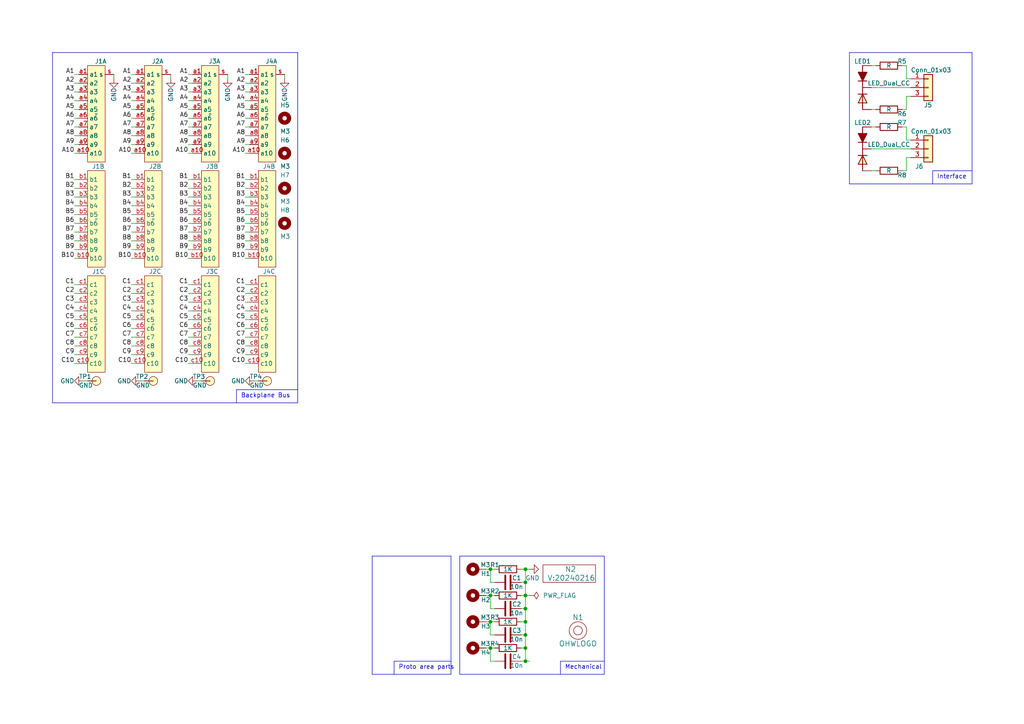
<source format=kicad_sch>
(kicad_sch (version 20230121) (generator eeschema)
  (paper "A4")
  (lib_symbols
    (symbol "Connector_Generic:Conn_01x03" (pin_names (offset 1.016) hide)
      (property "Reference" "J" (at 0 5.08 0))
      (property "Value" "Conn_01x03" (at 0 -5.08 0))
      (symbol "Conn_01x03_1_1"
        (rectangle (start -1.27 -2.413) (end 0 -2.667) (stroke (width 0.1524)))
        (rectangle (start -1.27 0.127) (end 0 -0.127) (stroke (width 0.1524)))
        (rectangle (start -1.27 2.667) (end 0 2.413) (stroke (width 0.1524)))
        (rectangle (start -1.27 3.81) (end 1.27 -3.81) (stroke (width 0.254)) (fill (type background)))
        (pin passive line (at -5.08 2.54 0) (length 3.81) (name "Pin_1") (number "1"))
        (pin passive line (at -5.08 0 0) (length 3.81) (name "Pin_2") (number "2"))
        (pin passive line (at -5.08 -2.54 0) (length 3.81) (name "Pin_3") (number "3"))
      )
    )
    (symbol "Device:C" (pin_numbers hide) (pin_names (offset 0.254))
      (property "Reference" "C" (at 0.635 2.54 0))
      (property "Value" "C" (at 0.635 -2.54 0))
      (symbol "C_0_1"
        (polyline (pts (xy -2.032 -0.762) (xy 2.032 -0.762)) (stroke (width 0.508)))
        (polyline (pts (xy -2.032 0.762) (xy 2.032 0.762)) (stroke (width 0.508)))
      )
      (symbol "C_1_1"
        (pin passive line (at 0 3.81 270) (length 2.794) (name "~") (number "1"))
        (pin passive line (at 0 -3.81 90) (length 2.794) (name "~") (number "2"))
      )
    )
    (symbol "Device:R" (pin_numbers hide) (pin_names (offset 0))
      (property "Reference" "R" (at 2.032 0 90))
      (property "Value" "R" (at 0 0 90))
      (symbol "R_0_1"
        (rectangle (start -1.016 -2.54) (end 1.016 2.54) (stroke (width 0.254)))
      )
      (symbol "R_1_1"
        (pin passive line (at 0 3.81 270) (length 1.27) (name "~") (number "1"))
        (pin passive line (at 0 -3.81 90) (length 1.27) (name "~") (number "2"))
      )
    )
    (symbol "Mechanical:MountingHole" (pin_names (offset 1.016))
      (property "Reference" "H" (at 0 5.08 0))
      (property "Value" "MountingHole" (at 0 3.175 0))
      (symbol "MountingHole_0_1"
        (circle (center 0 0) (radius 1.27) (stroke (width 1.27)))
      )
    )
    (symbol "Mechanical:MountingHole_Pad" (pin_numbers hide) (pin_names (offset 1.016) hide)
      (property "Reference" "H" (at 0 6.35 0))
      (property "Value" "MountingHole_Pad" (at 0 4.445 0))
      (symbol "MountingHole_Pad_0_1"
        (circle (center 0 1.27) (radius 1.27) (stroke (width 1.27)))
      )
      (symbol "MountingHole_Pad_1_1"
        (pin input line (at 0 -2.54 90) (length 2.54) (name "1") (number "1"))
      )
    )
    (symbol "SquantorConnectors:DIN41612_03x10_ABC_screws"
      (property "Reference" "J" (at 0 15.24 0))
      (symbol "DIN41612_03x10_ABC_screws_1_1"
        (rectangle (start -2.54 13.97) (end 2.54 -13.97) (fill (type background)))
        (pin passive line (at -5.08 11.43 0) (length 2.54) (name "a1") (number "a1"))
        (pin passive line (at -5.08 -11.43 0) (length 2.54) (name "a10") (number "a10"))
        (pin passive line (at -5.08 8.89 0) (length 2.54) (name "a2") (number "a2"))
        (pin passive line (at -5.08 6.35 0) (length 2.54) (name "a3") (number "a3"))
        (pin passive line (at -5.08 3.81 0) (length 2.54) (name "a4") (number "a4"))
        (pin passive line (at -5.08 1.27 0) (length 2.54) (name "a5") (number "a5"))
        (pin passive line (at -5.08 -1.27 0) (length 2.54) (name "a6") (number "a6"))
        (pin passive line (at -5.08 -3.81 0) (length 2.54) (name "a7") (number "a7"))
        (pin passive line (at -5.08 -6.35 0) (length 2.54) (name "a8") (number "a8"))
        (pin passive line (at -5.08 -8.89 0) (length 2.54) (name "a9") (number "a9"))
        (pin passive line (at 5.08 11.43 180) (length 2.54) (name "s") (number "s"))
      )
      (symbol "DIN41612_03x10_ABC_screws_2_1"
        (rectangle (start -2.54 13.97) (end 2.54 -13.97) (fill (type background)))
        (pin passive line (at -5.08 11.43 0) (length 2.54) (name "b1") (number "b1"))
        (pin passive line (at -5.08 -11.43 0) (length 2.54) (name "b10") (number "b10"))
        (pin passive line (at -5.08 8.89 0) (length 2.54) (name "b2") (number "b2"))
        (pin passive line (at -5.08 6.35 0) (length 2.54) (name "b3") (number "b3"))
        (pin passive line (at -5.08 3.81 0) (length 2.54) (name "b4") (number "b4"))
        (pin passive line (at -5.08 1.27 0) (length 2.54) (name "b5") (number "b5"))
        (pin passive line (at -5.08 -1.27 0) (length 2.54) (name "b6") (number "b6"))
        (pin passive line (at -5.08 -3.81 0) (length 2.54) (name "b7") (number "b7"))
        (pin passive line (at -5.08 -6.35 0) (length 2.54) (name "b8") (number "b8"))
        (pin passive line (at -5.08 -8.89 0) (length 2.54) (name "b9") (number "b9"))
      )
      (symbol "DIN41612_03x10_ABC_screws_3_1"
        (rectangle (start -2.54 13.97) (end 2.54 -13.97) (fill (type background)))
        (pin passive line (at -5.08 11.43 0) (length 2.54) (name "c1") (number "c1"))
        (pin passive line (at -5.08 -11.43 0) (length 2.54) (name "c10") (number "c10"))
        (pin passive line (at -5.08 8.89 0) (length 2.54) (name "c2") (number "c2"))
        (pin passive line (at -5.08 6.35 0) (length 2.54) (name "c3") (number "c3"))
        (pin passive line (at -5.08 3.81 0) (length 2.54) (name "c4") (number "c4"))
        (pin passive line (at -5.08 1.27 0) (length 2.54) (name "c5") (number "c5"))
        (pin passive line (at -5.08 -1.27 0) (length 2.54) (name "c6") (number "c6"))
        (pin passive line (at -5.08 -3.81 0) (length 2.54) (name "c7") (number "c7"))
        (pin passive line (at -5.08 -6.35 0) (length 2.54) (name "c8") (number "c8"))
        (pin passive line (at -5.08 -8.89 0) (length 2.54) (name "c9") (number "c9"))
      )
    )
    (symbol "SquantorDevice:LED_Dual_CC" (pin_numbers hide) (pin_names hide)
      (property "Reference" "LED" (at 0 8.89 0))
      (property "Value" "LED_Dual_CC" (at 0 -8.89 0))
      (symbol "LED_Dual_CC_0_1"
        (polyline (pts (xy -1.27 -1.905) (xy 1.27 -1.905)) (stroke (width 0.254)))
        (polyline (pts (xy -1.27 1.905) (xy 1.27 1.905)) (stroke (width 0.254)))
        (polyline (pts (xy 0 6.35) (xy 0 -6.35)) (stroke (width 0.254)))
        (polyline (pts (xy 0 -1.905) (xy -1.27 -4.445) (xy 1.27 -4.445) (xy 0 -1.905)) (stroke (width 0.254)) (fill (type background)))
        (polyline (pts (xy 0 1.905) (xy 1.27 4.445) (xy -1.27 4.445) (xy 0 1.905)) (stroke (width 0.254)) (fill (type outline)))
      )
      (symbol "LED_Dual_CC_1_1"
        (pin passive line (at -2.54 6.35 0) (length 2.54) (name "A1") (number "1"))
        (pin passive line (at -2.54 0 0) (length 2.54) (name "C") (number "2"))
        (pin passive line (at -2.54 -6.35 0) (length 2.54) (name "A2") (number "3"))
      )
    )
    (symbol "SquantorLabels:OHWLOGO" (pin_names (offset 1.016))
      (property "Reference" "N" (at 0 3.81 0))
      (property "Value" "OHWLOGO" (at 0 -3.81 0))
      (symbol "OHWLOGO_0_1"
        (circle (center 0 0) (radius 1.27))
        (circle (center 0 0) (radius 2.54))
      )
    )
    (symbol "SquantorLabels:VYYYYMMDD" (pin_names (offset 1.016))
      (property "Reference" "N" (at 0 2.54 0))
      (property "Value" "VYYYYMMDD" (at 0 0 0))
      (symbol "VYYYYMMDD_0_1"
        (rectangle (start 7.62 -1.27) (end -7.62 3.81))
      )
    )
    (symbol "SquantorProto:testpad" (pin_numbers hide) (pin_names (offset 1.016) hide)
      (property "Reference" "TP" (at 0 2.54 0))
      (property "Value" "testpad" (at 0 -2.54 0))
      (symbol "testpad_0_1"
        (circle (center 0 0) (radius 1.27) (fill (type background)))
      )
      (symbol "testpad_1_1"
        (pin passive line (at -2.54 0 0) (length 2.54) (name "1") (number "1"))
      )
    )
    (symbol "power:GND" (power) (pin_names (offset 0))
      (property "Value" "GND" (at 0 -3.81 0))
      (symbol "GND_0_1"
        (polyline (pts (xy 0 0) (xy 0 -1.27) (xy 1.27 -1.27) (xy 0 -2.54) (xy -1.27 -1.27) (xy 0 -1.27)))
      )
      (symbol "GND_1_1"
        (pin power_in line (at 0 0 270) (length 0) hide (name "GND") (number "1"))
      )
    )
    (symbol "power:PWR_FLAG" (power) (pin_numbers hide) (pin_names (offset 0) hide)
      (property "Value" "PWR_FLAG" (at 0 3.81 0))
      (symbol "PWR_FLAG_0_0"
        (pin power_out line (at 0 0 90) (length 0) (name "pwr") (number "1"))
      )
      (symbol "PWR_FLAG_0_1"
        (polyline (pts (xy 0 0) (xy 0 1.27) (xy -1.016 1.905) (xy 0 2.54) (xy 1.016 1.905) (xy 0 1.27)))
      )
    )
  )
  (junction (at 152.4 172.72))
  (junction (at 142.24 165.1))
  (junction (at 152.4 187.96))
  (junction (at 142.24 187.96))
  (junction (at 142.24 180.34))
  (junction (at 152.4 180.34))
  (junction (at 152.4 165.1))
  (junction (at 152.4 168.91))
  (junction (at 152.4 191.77))
  (junction (at 152.4 184.15))
  (junction (at 152.4 176.53))
  (junction (at 142.24 172.72))
  (wire (pts (xy 38.1 100.33) (xy 39.37 100.33)))
  (wire (pts (xy 71.12 24.13) (xy 72.39 24.13)))
  (wire (pts (xy 152.4 191.77) (xy 153.67 191.77)))
  (wire (pts (xy 252.73 49.53) (xy 254 49.53)))
  (wire (pts (xy 152.4 172.72) (xy 152.4 176.53)))
  (wire (pts (xy 71.12 102.87) (xy 72.39 102.87)))
  (wire (pts (xy 54.61 69.85) (xy 55.88 69.85)))
  (wire (pts (xy 54.61 95.25) (xy 55.88 95.25)))
  (wire (pts (xy 262.89 49.53) (xy 262.89 45.72)))
  (polyline (pts (xy 86.36 113.03) (xy 68.58 113.03)))
  (wire (pts (xy 71.12 59.69) (xy 72.39 59.69)))
  (wire (pts (xy 38.1 29.21) (xy 39.37 29.21)))
  (wire (pts (xy 71.12 87.63) (xy 72.39 87.63)))
  (wire (pts (xy 71.12 34.29) (xy 72.39 34.29)))
  (wire (pts (xy 71.12 105.41) (xy 72.39 105.41)))
  (wire (pts (xy 262.89 36.83) (xy 261.62 36.83)))
  (wire (pts (xy 71.12 57.15) (xy 72.39 57.15)))
  (wire (pts (xy 38.1 72.39) (xy 39.37 72.39)))
  (wire (pts (xy 38.1 21.59) (xy 39.37 21.59)))
  (wire (pts (xy 49.53 21.59) (xy 49.53 22.86)))
  (polyline (pts (xy 270.51 49.53) (xy 270.51 53.34)))
  (wire (pts (xy 54.61 62.23) (xy 55.88 62.23)))
  (wire (pts (xy 54.61 64.77) (xy 55.88 64.77)))
  (wire (pts (xy 38.1 64.77) (xy 39.37 64.77)))
  (wire (pts (xy 71.12 90.17) (xy 72.39 90.17)))
  (polyline (pts (xy 162.56 195.58) (xy 162.56 191.77)))
  (polyline (pts (xy 114.3 191.77) (xy 114.3 195.58)))
  (wire (pts (xy 21.59 85.09) (xy 22.86 85.09)))
  (wire (pts (xy 21.59 21.59) (xy 22.86 21.59)))
  (wire (pts (xy 142.24 180.34) (xy 143.51 180.34)))
  (wire (pts (xy 151.13 184.15) (xy 152.4 184.15)))
  (wire (pts (xy 21.59 82.55) (xy 22.86 82.55)))
  (wire (pts (xy 21.59 59.69) (xy 22.86 59.69)))
  (polyline (pts (xy 281.94 53.34) (xy 281.94 15.24)))
  (wire (pts (xy 262.89 31.75) (xy 262.89 27.94)))
  (wire (pts (xy 21.59 41.91) (xy 22.86 41.91)))
  (wire (pts (xy 21.59 100.33) (xy 22.86 100.33)))
  (wire (pts (xy 262.89 45.72) (xy 264.16 45.72)))
  (wire (pts (xy 143.51 168.91) (xy 142.24 168.91)))
  (wire (pts (xy 21.59 31.75) (xy 22.86 31.75)))
  (wire (pts (xy 71.12 92.71) (xy 72.39 92.71)))
  (wire (pts (xy 152.4 172.72) (xy 153.67 172.72)))
  (wire (pts (xy 71.12 69.85) (xy 72.39 69.85)))
  (wire (pts (xy 54.61 31.75) (xy 55.88 31.75)))
  (wire (pts (xy 71.12 36.83) (xy 72.39 36.83)))
  (wire (pts (xy 38.1 52.07) (xy 39.37 52.07)))
  (wire (pts (xy 71.12 64.77) (xy 72.39 64.77)))
  (polyline (pts (xy 175.26 195.58) (xy 175.26 161.29)))
  (wire (pts (xy 152.4 176.53) (xy 152.4 180.34)))
  (wire (pts (xy 71.12 95.25) (xy 72.39 95.25)))
  (wire (pts (xy 252.73 25.4) (xy 264.16 25.4)))
  (wire (pts (xy 142.24 191.77) (xy 142.24 187.96)))
  (wire (pts (xy 21.59 72.39) (xy 22.86 72.39)))
  (wire (pts (xy 262.89 22.86) (xy 262.89 19.05)))
  (wire (pts (xy 54.61 26.67) (xy 55.88 26.67)))
  (wire (pts (xy 21.59 90.17) (xy 22.86 90.17)))
  (wire (pts (xy 142.24 165.1) (xy 143.51 165.1)))
  (wire (pts (xy 143.51 176.53) (xy 142.24 176.53)))
  (wire (pts (xy 71.12 85.09) (xy 72.39 85.09)))
  (wire (pts (xy 38.1 39.37) (xy 39.37 39.37)))
  (wire (pts (xy 21.59 87.63) (xy 22.86 87.63)))
  (wire (pts (xy 71.12 44.45) (xy 72.39 44.45)))
  (wire (pts (xy 21.59 62.23) (xy 22.86 62.23)))
  (wire (pts (xy 38.1 59.69) (xy 39.37 59.69)))
  (wire (pts (xy 71.12 100.33) (xy 72.39 100.33)))
  (wire (pts (xy 38.1 62.23) (xy 39.37 62.23)))
  (wire (pts (xy 54.61 54.61) (xy 55.88 54.61)))
  (wire (pts (xy 38.1 54.61) (xy 39.37 54.61)))
  (wire (pts (xy 54.61 90.17) (xy 55.88 90.17)))
  (wire (pts (xy 54.61 102.87) (xy 55.88 102.87)))
  (wire (pts (xy 142.24 184.15) (xy 143.51 184.15)))
  (wire (pts (xy 71.12 31.75) (xy 72.39 31.75)))
  (wire (pts (xy 38.1 36.83) (xy 39.37 36.83)))
  (wire (pts (xy 38.1 95.25) (xy 39.37 95.25)))
  (wire (pts (xy 38.1 67.31) (xy 39.37 67.31)))
  (wire (pts (xy 38.1 102.87) (xy 39.37 102.87)))
  (wire (pts (xy 66.04 21.59) (xy 66.04 22.86)))
  (wire (pts (xy 54.61 74.93) (xy 55.88 74.93)))
  (wire (pts (xy 252.73 36.83) (xy 254 36.83)))
  (wire (pts (xy 21.59 52.07) (xy 22.86 52.07)))
  (wire (pts (xy 252.73 19.05) (xy 254 19.05)))
  (wire (pts (xy 54.61 72.39) (xy 55.88 72.39)))
  (wire (pts (xy 142.24 172.72) (xy 142.24 176.53)))
  (wire (pts (xy 71.12 82.55) (xy 72.39 82.55)))
  (wire (pts (xy 54.61 29.21) (xy 55.88 29.21)))
  (polyline (pts (xy 130.81 195.58) (xy 107.95 195.58)))
  (wire (pts (xy 71.12 26.67) (xy 72.39 26.67)))
  (wire (pts (xy 73.66 110.49) (xy 74.93 110.49)))
  (wire (pts (xy 21.59 67.31) (xy 22.86 67.31)))
  (wire (pts (xy 21.59 95.25) (xy 22.86 95.25)))
  (wire (pts (xy 151.13 187.96) (xy 152.4 187.96)))
  (wire (pts (xy 152.4 187.96) (xy 152.4 191.77)))
  (wire (pts (xy 54.61 36.83) (xy 55.88 36.83)))
  (wire (pts (xy 152.4 168.91) (xy 152.4 165.1)))
  (wire (pts (xy 54.61 85.09) (xy 55.88 85.09)))
  (wire (pts (xy 142.24 172.72) (xy 143.51 172.72)))
  (wire (pts (xy 40.64 110.49) (xy 41.91 110.49)))
  (wire (pts (xy 38.1 34.29) (xy 39.37 34.29)))
  (wire (pts (xy 142.24 187.96) (xy 143.51 187.96)))
  (wire (pts (xy 21.59 44.45) (xy 22.86 44.45)))
  (polyline (pts (xy 162.56 191.77) (xy 175.26 191.77)))
  (wire (pts (xy 57.15 110.49) (xy 58.42 110.49)))
  (wire (pts (xy 264.16 40.64) (xy 262.89 40.64)))
  (wire (pts (xy 264.16 22.86) (xy 262.89 22.86)))
  (wire (pts (xy 262.89 27.94) (xy 264.16 27.94)))
  (wire (pts (xy 38.1 24.13) (xy 39.37 24.13)))
  (wire (pts (xy 38.1 41.91) (xy 39.37 41.91)))
  (polyline (pts (xy 246.38 53.34) (xy 281.94 53.34)))
  (wire (pts (xy 21.59 26.67) (xy 22.86 26.67)))
  (wire (pts (xy 262.89 19.05) (xy 261.62 19.05)))
  (wire (pts (xy 21.59 54.61) (xy 22.86 54.61)))
  (wire (pts (xy 71.12 67.31) (xy 72.39 67.31)))
  (wire (pts (xy 71.12 74.93) (xy 72.39 74.93)))
  (wire (pts (xy 38.1 85.09) (xy 39.37 85.09)))
  (wire (pts (xy 54.61 21.59) (xy 55.88 21.59)))
  (wire (pts (xy 54.61 97.79) (xy 55.88 97.79)))
  (wire (pts (xy 54.61 82.55) (xy 55.88 82.55)))
  (wire (pts (xy 151.13 172.72) (xy 152.4 172.72)))
  (wire (pts (xy 38.1 31.75) (xy 39.37 31.75)))
  (wire (pts (xy 252.73 31.75) (xy 254 31.75)))
  (wire (pts (xy 142.24 168.91) (xy 142.24 165.1)))
  (wire (pts (xy 152.4 184.15) (xy 152.4 187.96)))
  (polyline (pts (xy 15.24 15.24) (xy 15.24 116.84)))
  (wire (pts (xy 21.59 24.13) (xy 22.86 24.13)))
  (polyline (pts (xy 133.35 161.29) (xy 133.35 195.58)))
  (wire (pts (xy 54.61 100.33) (xy 55.88 100.33)))
  (wire (pts (xy 71.12 54.61) (xy 72.39 54.61)))
  (wire (pts (xy 142.24 180.34) (xy 142.24 184.15)))
  (wire (pts (xy 140.97 187.96) (xy 142.24 187.96)))
  (wire (pts (xy 152.4 191.77) (xy 151.13 191.77)))
  (wire (pts (xy 38.1 57.15) (xy 39.37 57.15)))
  (wire (pts (xy 71.12 72.39) (xy 72.39 72.39)))
  (wire (pts (xy 21.59 97.79) (xy 22.86 97.79)))
  (polyline (pts (xy 281.94 49.53) (xy 270.51 49.53)))
  (wire (pts (xy 262.89 40.64) (xy 262.89 36.83)))
  (wire (pts (xy 151.13 176.53) (xy 152.4 176.53)))
  (polyline (pts (xy 86.36 15.24) (xy 86.36 116.84)))
  (wire (pts (xy 21.59 105.41) (xy 22.86 105.41)))
  (wire (pts (xy 33.02 21.59) (xy 33.02 22.86)))
  (wire (pts (xy 71.12 29.21) (xy 72.39 29.21)))
  (wire (pts (xy 38.1 44.45) (xy 39.37 44.45)))
  (wire (pts (xy 143.51 191.77) (xy 142.24 191.77)))
  (wire (pts (xy 21.59 34.29) (xy 22.86 34.29)))
  (wire (pts (xy 38.1 26.67) (xy 39.37 26.67)))
  (polyline (pts (xy 15.24 15.24) (xy 86.36 15.24)))
  (wire (pts (xy 54.61 57.15) (xy 55.88 57.15)))
  (wire (pts (xy 140.97 165.1) (xy 142.24 165.1)))
  (polyline (pts (xy 130.81 191.77) (xy 114.3 191.77)))
  (wire (pts (xy 21.59 39.37) (xy 22.86 39.37)))
  (polyline (pts (xy 107.95 195.58) (xy 107.95 161.29)))
  (wire (pts (xy 21.59 57.15) (xy 22.86 57.15)))
  (polyline (pts (xy 175.26 161.29) (xy 133.35 161.29)))
  (wire (pts (xy 152.4 168.91) (xy 152.4 172.72)))
  (wire (pts (xy 21.59 36.83) (xy 22.86 36.83)))
  (wire (pts (xy 140.97 172.72) (xy 142.24 172.72)))
  (polyline (pts (xy 107.95 161.29) (xy 130.81 161.29)))
  (wire (pts (xy 38.1 82.55) (xy 39.37 82.55)))
  (polyline (pts (xy 246.38 15.24) (xy 246.38 53.34)))
  (wire (pts (xy 38.1 69.85) (xy 39.37 69.85)))
  (wire (pts (xy 71.12 21.59) (xy 72.39 21.59)))
  (wire (pts (xy 54.61 67.31) (xy 55.88 67.31)))
  (wire (pts (xy 71.12 62.23) (xy 72.39 62.23)))
  (wire (pts (xy 82.55 21.59) (xy 82.55 22.86)))
  (wire (pts (xy 54.61 92.71) (xy 55.88 92.71)))
  (wire (pts (xy 71.12 39.37) (xy 72.39 39.37)))
  (wire (pts (xy 21.59 102.87) (xy 22.86 102.87)))
  (wire (pts (xy 152.4 165.1) (xy 153.67 165.1)))
  (wire (pts (xy 54.61 44.45) (xy 55.88 44.45)))
  (wire (pts (xy 71.12 41.91) (xy 72.39 41.91)))
  (polyline (pts (xy 68.58 113.03) (xy 68.58 116.84)))
  (wire (pts (xy 38.1 97.79) (xy 39.37 97.79)))
  (wire (pts (xy 261.62 49.53) (xy 262.89 49.53)))
  (wire (pts (xy 54.61 52.07) (xy 55.88 52.07)))
  (wire (pts (xy 38.1 92.71) (xy 39.37 92.71)))
  (wire (pts (xy 54.61 41.91) (xy 55.88 41.91)))
  (wire (pts (xy 38.1 105.41) (xy 39.37 105.41)))
  (polyline (pts (xy 133.35 195.58) (xy 175.26 195.58)))
  (wire (pts (xy 152.4 180.34) (xy 152.4 184.15)))
  (wire (pts (xy 21.59 29.21) (xy 22.86 29.21)))
  (wire (pts (xy 38.1 90.17) (xy 39.37 90.17)))
  (wire (pts (xy 261.62 31.75) (xy 262.89 31.75)))
  (wire (pts (xy 24.13 110.49) (xy 25.4 110.49)))
  (wire (pts (xy 252.73 43.18) (xy 264.16 43.18)))
  (wire (pts (xy 140.97 180.34) (xy 142.24 180.34)))
  (wire (pts (xy 21.59 69.85) (xy 22.86 69.85)))
  (wire (pts (xy 151.13 180.34) (xy 152.4 180.34)))
  (wire (pts (xy 38.1 74.93) (xy 39.37 74.93)))
  (wire (pts (xy 151.13 168.91) (xy 152.4 168.91)))
  (wire (pts (xy 21.59 74.93) (xy 22.86 74.93)))
  (wire (pts (xy 54.61 59.69) (xy 55.88 59.69)))
  (polyline (pts (xy 281.94 15.24) (xy 246.38 15.24)))
  (wire (pts (xy 54.61 39.37) (xy 55.88 39.37)))
  (wire (pts (xy 21.59 64.77) (xy 22.86 64.77)))
  (wire (pts (xy 54.61 24.13) (xy 55.88 24.13)))
  (polyline (pts (xy 86.36 116.84) (xy 15.24 116.84)))
  (wire (pts (xy 38.1 87.63) (xy 39.37 87.63)))
  (polyline (pts (xy 130.81 161.29) (xy 130.81 195.58)))
  (wire (pts (xy 21.59 92.71) (xy 22.86 92.71)))
  (wire (pts (xy 54.61 105.41) (xy 55.88 105.41)))
  (wire (pts (xy 151.13 165.1) (xy 152.4 165.1)))
  (wire (pts (xy 71.12 97.79) (xy 72.39 97.79)))
  (wire (pts (xy 54.61 87.63) (xy 55.88 87.63)))
  (wire (pts (xy 54.61 34.29) (xy 55.88 34.29)))
  (wire (pts (xy 71.12 52.07) (xy 72.39 52.07)))
  (text "Proto area parts" (at 115.57 194.31 0) (effects (font (size 1.27 1.27)) (justify left bottom)))
  (text "Mechanical" (at 163.83 194.31 0) (effects (font (size 1.27 1.27)) (justify left bottom)))
  (text "Interface" (at 271.78 52.07 0) (effects (font (size 1.27 1.27)) (justify left bottom)))
  (text "Backplane Bus" (at 69.85 115.57 0) (effects (font (size 1.27 1.27)) (justify left bottom)))
  (label "B5" (at 71.12 62.23 180))
  (label "A10" (at 21.59 44.45 180))
  (label "B1" (at 71.12 52.07 180))
  (label "B8" (at 21.59 69.85 180))
  (label "A10" (at 38.1 44.45 180))
  (label "B8" (at 38.1 69.85 180))
  (label "B1" (at 21.59 52.07 180))
  (label "C10" (at 21.59 105.41 180))
  (label "C2" (at 71.12 85.09 180))
  (label "B2" (at 71.12 54.61 180))
  (label "A1" (at 21.59 21.59 180))
  (label "C2" (at 38.1 85.09 180))
  (label "C2" (at 54.61 85.09 180))
  (label "A4" (at 21.59 29.21 180))
  (label "A9" (at 21.59 41.91 180))
  (label "B3" (at 38.1 57.15 180))
  (label "C8" (at 38.1 100.33 180))
  (label "B3" (at 21.59 57.15 180))
  (label "A3" (at 71.12 26.67 180))
  (label "C8" (at 54.61 100.33 180))
  (label "C5" (at 71.12 92.71 180))
  (label "A3" (at 54.61 26.67 180))
  (label "A2" (at 54.61 24.13 180))
  (label "C3" (at 54.61 87.63 180))
  (label "A6" (at 21.59 34.29 180))
  (label "C1" (at 21.59 82.55 180))
  (label "B4" (at 38.1 59.69 180))
  (label "C4" (at 38.1 90.17 180))
  (label "C10" (at 71.12 105.41 180))
  (label "C3" (at 38.1 87.63 180))
  (label "C5" (at 38.1 92.71 180))
  (label "B10" (at 21.59 74.93 180))
  (label "C10" (at 54.61 105.41 180))
  (label "A4" (at 54.61 29.21 180))
  (label "A1" (at 71.12 21.59 180))
  (label "A5" (at 71.12 31.75 180))
  (label "A6" (at 71.12 34.29 180))
  (label "A3" (at 38.1 26.67 180))
  (label "C7" (at 71.12 97.79 180))
  (label "C9" (at 71.12 102.87 180))
  (label "C3" (at 71.12 87.63 180))
  (label "C5" (at 54.61 92.71 180))
  (label "A3" (at 21.59 26.67 180))
  (label "A2" (at 38.1 24.13 180))
  (label "B5" (at 38.1 62.23 180))
  (label "A2" (at 71.12 24.13 180))
  (label "B2" (at 38.1 54.61 180))
  (label "B8" (at 71.12 69.85 180))
  (label "C9" (at 38.1 102.87 180))
  (label "A9" (at 71.12 41.91 180))
  (label "C2" (at 21.59 85.09 180))
  (label "A5" (at 21.59 31.75 180))
  (label "C1" (at 71.12 82.55 180))
  (label "B9" (at 71.12 72.39 180))
  (label "A5" (at 38.1 31.75 180))
  (label "C6" (at 21.59 95.25 180))
  (label "A6" (at 38.1 34.29 180))
  (label "B10" (at 71.12 74.93 180))
  (label "B2" (at 54.61 54.61 180))
  (label "B1" (at 38.1 52.07 180))
  (label "B7" (at 54.61 67.31 180))
  (label "B6" (at 71.12 64.77 180))
  (label "A6" (at 54.61 34.29 180))
  (label "C9" (at 54.61 102.87 180))
  (label "B4" (at 71.12 59.69 180))
  (label "B5" (at 54.61 62.23 180))
  (label "A7" (at 38.1 36.83 180))
  (label "C9" (at 21.59 102.87 180))
  (label "C8" (at 21.59 100.33 180))
  (label "C4" (at 21.59 90.17 180))
  (label "C1" (at 38.1 82.55 180))
  (label "A2" (at 21.59 24.13 180))
  (label "C10" (at 38.1 105.41 180))
  (label "A8" (at 71.12 39.37 180))
  (label "B7" (at 38.1 67.31 180))
  (label "C6" (at 54.61 95.25 180))
  (label "B2" (at 21.59 54.61 180))
  (label "A7" (at 71.12 36.83 180))
  (label "A10" (at 54.61 44.45 180))
  (label "B3" (at 71.12 57.15 180))
  (label "B6" (at 21.59 64.77 180))
  (label "A4" (at 38.1 29.21 180))
  (label "A8" (at 54.61 39.37 180))
  (label "A9" (at 38.1 41.91 180))
  (label "C4" (at 71.12 90.17 180))
  (label "B8" (at 54.61 69.85 180))
  (label "B10" (at 54.61 74.93 180))
  (label "A1" (at 38.1 21.59 180))
  (label "B6" (at 54.61 64.77 180))
  (label "C5" (at 21.59 92.71 180))
  (label "A7" (at 54.61 36.83 180))
  (label "C7" (at 21.59 97.79 180))
  (label "A8" (at 38.1 39.37 180))
  (label "B9" (at 54.61 72.39 180))
  (label "C3" (at 21.59 87.63 180))
  (label "C7" (at 54.61 97.79 180))
  (label "B6" (at 38.1 64.77 180))
  (label "A4" (at 71.12 29.21 180))
  (label "B9" (at 21.59 72.39 180))
  (label "C7" (at 38.1 97.79 180))
  (label "C6" (at 71.12 95.25 180))
  (label "B5" (at 21.59 62.23 180))
  (label "B3" (at 54.61 57.15 180))
  (label "B7" (at 71.12 67.31 180))
  (label "A10" (at 71.12 44.45 180))
  (label "B4" (at 54.61 59.69 180))
  (label "C8" (at 71.12 100.33 180))
  (label "A9" (at 54.61 41.91 180))
  (label "A5" (at 54.61 31.75 180))
  (label "C1" (at 54.61 82.55 180))
  (label "B10" (at 38.1 74.93 180))
  (label "B9" (at 38.1 72.39 180))
  (label "A8" (at 21.59 39.37 180))
  (label "A7" (at 21.59 36.83 180))
  (label "B4" (at 21.59 59.69 180))
  (label "B7" (at 21.59 67.31 180))
  (label "C6" (at 38.1 95.25 180))
  (label "A1" (at 54.61 21.59 180))
  (label "B1" (at 54.61 52.07 180))
  (label "C4" (at 54.61 90.17 180))
  (symbol (lib_id "SquantorLabels:OHWLOGO") (at 167.64 182.88 0) (unit 1)
    (property "Reference" "N1" (at 167.64 179.07 0) (effects (font (size 1.524 1.524))))
    (property "Value" "OHWLOGO" (at 167.64 186.69 0) (effects (font (size 1.524 1.524))))
    (property "Footprint" "Symbol:OSHW-Symbol_6.7x6mm_SilkScreen" (effects hide))
  )
  (symbol (lib_id "SquantorLabels:VYYYYMMDD") (at 165.1 167.64 0) (unit 1)
    (property "Reference" "N2" (at 163.83 165.1 0) (effects (font (size 1.524 1.524)) (justify left)))
    (property "Value" "V:20240216" (at 158.75 167.64 0) (effects (font (size 1.524 1.524)) (justify left)))
    (property "Footprint" "SquantorLabels:Label_Generic" (effects hide))
  )
  (symbol (lib_id "Mechanical:MountingHole_Pad") (at 138.43 165.1 90) (unit 1)
    (property "Reference" "H1" (at 142.24 166.37 90) (effects (justify left)))
    (property "Value" "M3" (at 142.24 163.83 90) (effects (justify left)))
    (property "Footprint" "SquantorPcbOutline:MountingHole_3.2mm_M3_Pad_Via" (effects hide))
  )
  (symbol (lib_id "Mechanical:MountingHole_Pad") (at 138.43 172.72 90) (unit 1)
    (property "Reference" "H2" (at 142.24 173.99 90) (effects (justify left)))
    (property "Value" "M3" (at 142.24 171.45 90) (effects (justify left)))
    (property "Footprint" "SquantorPcbOutline:MountingHole_3.2mm_M3_Pad_Via" (effects hide))
  )
  (symbol (lib_id "Mechanical:MountingHole_Pad") (at 138.43 180.34 90) (unit 1)
    (property "Reference" "H3" (at 142.24 181.61 90) (effects (justify left)))
    (property "Value" "M3" (at 142.24 179.07 90) (effects (justify left)))
    (property "Footprint" "SquantorPcbOutline:MountingHole_3.2mm_M3_Pad_Via" (effects hide))
  )
  (symbol (lib_id "Mechanical:MountingHole_Pad") (at 138.43 187.96 90) (unit 1)
    (property "Reference" "H4" (at 142.24 189.23 90) (effects (justify left)))
    (property "Value" "M3" (at 142.24 186.69 90) (effects (justify left)))
    (property "Footprint" "SquantorPcbOutline:MountingHole_3.2mm_M3_Pad_Via" (effects hide))
  )
  (symbol (lib_id "power:GND") (at 73.66 110.49 270) (mirror x) (unit 1)
    (property "Reference" "#PWR08" (effects hide))
    (property "Value" "GND" (at 71.12 110.49 90) (effects (justify right)))
  )
  (symbol (lib_id "SquantorConnectors:DIN41612_03x10_ABC_screws") (at 44.45 33.02 0) (unit 1)
    (property "Reference" "J2" (at 45.72 17.78 0))
    (property "Value" "~" (at 44.45 33.02 0))
    (property "Footprint" "SquantorConnectors:DIN41612_C3_3x10_Female_Vertical_THT_shields" (effects hide))
  )
  (symbol (lib_id "Mechanical:MountingHole") (at 82.55 54.61 0) (unit 1)
    (property "Reference" "H7" (at 81.28 50.8 0) (effects (justify left)))
    (property "Value" "M3" (at 81.28 58.42 0) (effects (justify left)))
    (property "Footprint" "SquantorPcbOutline:MountingHole_3.2mm_M3_Pad_Via" (effects hide))
  )
  (symbol (lib_id "Device:C") (at 147.32 176.53 90) (unit 1)
    (property "Reference" "C2" (at 149.86 175.26 90))
    (property "Value" "10n" (at 149.86 177.8 90))
    (property "Footprint" "SquantorCapacitor:C_0805+0603" (effects hide))
  )
  (symbol (lib_id "SquantorConnectors:DIN41612_03x10_ABC_screws") (at 27.94 93.98 0) (unit 3)
    (property "Reference" "J1" (at 26.67 78.74 0) (effects (justify left)))
    (property "Value" "~" (at 27.94 93.98 0))
    (property "Footprint" "SquantorConnectors:DIN41612_C3_3x10_Female_Vertical_THT_shields" (effects hide))
  )
  (symbol (lib_id "SquantorConnectors:DIN41612_03x10_ABC_screws") (at 60.96 33.02 0) (unit 1)
    (property "Reference" "J3" (at 62.23 17.78 0))
    (property "Value" "~" (at 60.96 33.02 0))
    (property "Footprint" "SquantorConnectors:DIN41612_C3_3x10_Female_Vertical_THT_shields" (effects hide))
  )
  (symbol (lib_id "Mechanical:MountingHole") (at 82.55 34.29 0) (unit 1)
    (property "Reference" "H5" (at 81.28 30.48 0) (effects (justify left)))
    (property "Value" "M3" (at 81.28 38.1 0) (effects (justify left)))
    (property "Footprint" "SquantorPcbOutline:MountingHole_3.2mm_M3_Pad_Via" (effects hide))
  )
  (symbol (lib_id "Device:C") (at 147.32 184.15 90) (unit 1)
    (property "Reference" "C3" (at 149.86 182.88 90))
    (property "Value" "10n" (at 149.86 185.42 90))
    (property "Footprint" "SquantorCapacitor:C_0805+0603" (effects hide))
  )
  (symbol (lib_id "Device:R") (at 147.32 187.96 90) (unit 1)
    (property "Reference" "R4" (at 143.51 186.69 90))
    (property "Value" "1K" (at 147.32 187.96 90))
    (property "Footprint" "SquantorResistor:R_0805+0603" (effects hide))
  )
  (symbol (lib_id "Connector_Generic:Conn_01x03") (at 269.24 43.18 0) (unit 1)
    (property "Reference" "J6" (at 265.43 48.26 0) (effects (justify left)))
    (property "Value" "Conn_01x03" (at 264.16 38.1 0) (effects (justify left)))
    (property "Footprint" "Connector_JST:JST_PH_B3B-PH-K_1x03_P2.00mm_Vertical" (effects hide))
  )
  (symbol (lib_id "Mechanical:MountingHole") (at 82.55 64.77 0) (unit 1)
    (property "Reference" "H8" (at 81.28 60.96 0) (effects (justify left)))
    (property "Value" "M3" (at 81.28 68.58 0) (effects (justify left)))
    (property "Footprint" "SquantorPcbOutline:MountingHole_3.2mm_M3_Pad_Via" (effects hide))
  )
  (symbol (lib_id "Device:C") (at 147.32 168.91 90) (unit 1)
    (property "Reference" "C1" (at 149.86 167.64 90))
    (property "Value" "10n" (at 149.86 170.18 90))
    (property "Footprint" "SquantorCapacitor:C_0805+0603" (effects hide))
  )
  (symbol (lib_id "power:GND") (at 57.15 110.49 270) (mirror x) (unit 1)
    (property "Reference" "#PWR07" (effects hide))
    (property "Value" "GND" (at 54.61 110.49 90) (effects (justify right)))
  )
  (symbol (lib_id "SquantorConnectors:DIN41612_03x10_ABC_screws") (at 60.96 63.5 0) (unit 2)
    (property "Reference" "J3" (at 59.69 48.26 0) (effects (justify left)))
    (property "Value" "~" (at 60.96 63.5 0))
    (property "Footprint" "SquantorConnectors:DIN41612_C3_3x10_Female_Vertical_THT_shields" (effects hide))
  )
  (symbol (lib_id "SquantorProto:testpad") (at 44.45 110.49 0) (unit 1)
    (property "Reference" "TP2" (at 39.37 109.22 0) (effects (justify left)))
    (property "Value" "GND" (at 39.37 111.76 0) (effects (justify left)))
    (property "Footprint" "SquantorTestPoints:TestPoint_hole_H05R10" (effects hide))
  )
  (symbol (lib_id "Device:R") (at 147.32 172.72 90) (unit 1)
    (property "Reference" "R2" (at 143.51 171.45 90))
    (property "Value" "1K" (at 147.32 172.72 90))
    (property "Footprint" "SquantorResistor:R_0805+0603" (effects hide))
  )
  (symbol (lib_id "power:GND") (at 33.02 22.86 0) (mirror y) (unit 1)
    (property "Reference" "#PWR01" (effects hide))
    (property "Value" "GND" (at 33.02 25.4 90) (effects (justify right)))
  )
  (symbol (lib_id "Device:R") (at 257.81 36.83 90) (unit 1)
    (property "Reference" "R7" (at 261.62 35.56 90))
    (property "Value" "R" (at 257.81 36.83 90))
    (property "Footprint" "SquantorRcl:R_0603_hand" (effects hide))
  )
  (symbol (lib_id "SquantorConnectors:DIN41612_03x10_ABC_screws") (at 77.47 93.98 0) (unit 3)
    (property "Reference" "J4" (at 76.2 78.74 0) (effects (justify left)))
    (property "Value" "~" (at 77.47 93.98 0))
    (property "Footprint" "SquantorConnectors:DIN41612_C3_3x10_Female_Vertical_THT_shields" (effects hide))
  )
  (symbol (lib_id "SquantorProto:testpad") (at 77.47 110.49 0) (unit 1)
    (property "Reference" "TP4" (at 72.39 109.22 0) (effects (justify left)))
    (property "Value" "GND" (at 72.39 111.76 0) (effects (justify left)))
    (property "Footprint" "SquantorTestPoints:TestPoint_hole_H05R10" (effects hide))
  )
  (symbol (lib_id "Device:R") (at 257.81 19.05 90) (unit 1)
    (property "Reference" "R5" (at 261.62 17.78 90))
    (property "Value" "R" (at 257.81 19.05 90))
    (property "Footprint" "SquantorRcl:R_0603_hand" (effects hide))
  )
  (symbol (lib_id "SquantorProto:testpad") (at 27.94 110.49 0) (unit 1)
    (property "Reference" "TP1" (at 22.86 109.22 0) (effects (justify left)))
    (property "Value" "GND" (at 22.86 111.76 0) (effects (justify left)))
    (property "Footprint" "SquantorTestPoints:TestPoint_hole_H05R10" (effects hide))
  )
  (symbol (lib_id "SquantorConnectors:DIN41612_03x10_ABC_screws") (at 27.94 63.5 0) (unit 2)
    (property "Reference" "J1" (at 26.67 48.26 0) (effects (justify left)))
    (property "Value" "~" (at 27.94 63.5 0))
    (property "Footprint" "SquantorConnectors:DIN41612_C3_3x10_Female_Vertical_THT_shields" (effects hide))
  )
  (symbol (lib_id "Connector_Generic:Conn_01x03") (at 269.24 25.4 0) (unit 1)
    (property "Reference" "J5" (at 267.97 30.48 0) (effects (justify left)))
    (property "Value" "Conn_01x03" (at 264.16 20.32 0) (effects (justify left)))
    (property "Footprint" "Connector_JST:JST_PH_B3B-PH-K_1x03_P2.00mm_Vertical" (effects hide))
  )
  (symbol (lib_id "power:GND") (at 24.13 110.49 270) (mirror x) (unit 1)
    (property "Reference" "#PWR05" (effects hide))
    (property "Value" "GND" (at 21.59 110.49 90) (effects (justify right)))
  )
  (symbol (lib_id "power:GND") (at 66.04 22.86 0) (mirror y) (unit 1)
    (property "Reference" "#PWR03" (effects hide))
    (property "Value" "GND" (at 66.04 25.4 90) (effects (justify right)))
  )
  (symbol (lib_id "Mechanical:MountingHole") (at 82.55 44.45 0) (unit 1)
    (property "Reference" "H6" (at 81.28 40.64 0) (effects (justify left)))
    (property "Value" "M3" (at 81.28 48.26 0) (effects (justify left)))
    (property "Footprint" "SquantorPcbOutline:MountingHole_3.2mm_M3_Pad_Via" (effects hide))
  )
  (symbol (lib_id "SquantorDevice:LED_Dual_CC") (at 250.19 25.4 0) (mirror y) (unit 1)
    (property "Reference" "LED1" (at 250.19 17.78 0))
    (property "Value" "LED_Dual_CC" (at 257.81 24.13 0))
    (property "Footprint" "SquantorDiodes:LED_DUAL_TH245_90deg" (effects hide))
  )
  (symbol (lib_id "SquantorDevice:LED_Dual_CC") (at 250.19 43.18 0) (mirror y) (unit 1)
    (property "Reference" "LED2" (at 250.19 35.56 0))
    (property "Value" "LED_Dual_CC" (at 257.81 41.91 0))
    (property "Footprint" "SquantorDiodes:LED_DUAL_TH245_90deg" (effects hide))
  )
  (symbol (lib_id "power:PWR_FLAG") (at 153.67 172.72 270) (unit 1)
    (property "Reference" "#FLG01" (effects hide))
    (property "Value" "PWR_FLAG" (at 157.48 172.72 90) (effects (justify left)))
  )
  (symbol (lib_id "Device:R") (at 257.81 31.75 90) (unit 1)
    (property "Reference" "R6" (at 261.62 33.02 90))
    (property "Value" "R" (at 257.81 31.75 90))
    (property "Footprint" "SquantorRcl:R_0603_hand" (effects hide))
  )
  (symbol (lib_id "SquantorConnectors:DIN41612_03x10_ABC_screws") (at 44.45 93.98 0) (unit 3)
    (property "Reference" "J2" (at 43.18 78.74 0) (effects (justify left)))
    (property "Value" "~" (at 44.45 93.98 0))
    (property "Footprint" "SquantorConnectors:DIN41612_C3_3x10_Female_Vertical_THT_shields" (effects hide))
  )
  (symbol (lib_id "Device:R") (at 257.81 49.53 90) (unit 1)
    (property "Reference" "R8" (at 261.62 50.8 90))
    (property "Value" "R" (at 257.81 49.53 90))
    (property "Footprint" "SquantorRcl:R_0603_hand" (effects hide))
  )
  (symbol (lib_id "power:GND") (at 153.67 165.1 90) (mirror x) (unit 1)
    (property "Reference" "#PWR0128" (effects hide))
    (property "Value" "GND" (at 152.4 167.64 90) (effects (justify right)))
  )
  (symbol (lib_id "Device:R") (at 147.32 180.34 90) (unit 1)
    (property "Reference" "R3" (at 143.51 179.07 90))
    (property "Value" "1K" (at 147.32 180.34 90))
    (property "Footprint" "SquantorResistor:R_0805+0603" (effects hide))
  )
  (symbol (lib_id "SquantorConnectors:DIN41612_03x10_ABC_screws") (at 77.47 33.02 0) (unit 1)
    (property "Reference" "J4" (at 78.74 17.78 0))
    (property "Value" "~" (at 77.47 33.02 0))
    (property "Footprint" "SquantorConnectors:DIN41612_C3_3x10_Female_Vertical_THT_shields" (effects hide))
  )
  (symbol (lib_id "Device:C") (at 147.32 191.77 90) (unit 1)
    (property "Reference" "C4" (at 149.86 190.5 90))
    (property "Value" "10n" (at 149.86 193.04 90))
    (property "Footprint" "SquantorCapacitor:C_0805+0603" (effects hide))
  )
  (symbol (lib_id "SquantorProto:testpad") (at 60.96 110.49 0) (unit 1)
    (property "Reference" "TP3" (at 55.88 109.22 0) (effects (justify left)))
    (property "Value" "GND" (at 55.88 111.76 0) (effects (justify left)))
    (property "Footprint" "SquantorTestPoints:TestPoint_hole_H05R10" (effects hide))
  )
  (symbol (lib_id "SquantorConnectors:DIN41612_03x10_ABC_screws") (at 60.96 93.98 0) (unit 3)
    (property "Reference" "J3" (at 59.69 78.74 0) (effects (justify left)))
    (property "Value" "~" (at 60.96 93.98 0))
    (property "Footprint" "SquantorConnectors:DIN41612_C3_3x10_Female_Vertical_THT_shields" (effects hide))
  )
  (symbol (lib_id "SquantorConnectors:DIN41612_03x10_ABC_screws") (at 27.94 33.02 0) (unit 1)
    (property "Reference" "J1" (at 29.21 17.78 0))
    (property "Value" "~" (at 27.94 33.02 0))
    (property "Footprint" "SquantorConnectors:DIN41612_C3_3x10_Female_Vertical_THT_shields" (effects hide))
  )
  (symbol (lib_id "power:GND") (at 49.53 22.86 0) (mirror y) (unit 1)
    (property "Reference" "#PWR02" (effects hide))
    (property "Value" "GND" (at 49.53 25.4 90) (effects (justify right)))
  )
  (symbol (lib_id "Device:R") (at 147.32 165.1 90) (unit 1)
    (property "Reference" "R1" (at 143.51 163.83 90))
    (property "Value" "1K" (at 147.32 165.1 90))
    (property "Footprint" "SquantorResistor:R_0805+0603" (effects hide))
  )
  (symbol (lib_id "SquantorConnectors:DIN41612_03x10_ABC_screws") (at 77.47 63.5 0) (unit 2)
    (property "Reference" "J4" (at 76.2 48.26 0) (effects (justify left)))
    (property "Value" "~" (at 77.47 63.5 0))
    (property "Footprint" "SquantorConnectors:DIN41612_C3_3x10_Female_Vertical_THT_shields" (effects hide))
  )
  (symbol (lib_id "SquantorConnectors:DIN41612_03x10_ABC_screws") (at 44.45 63.5 0) (unit 2)
    (property "Reference" "J2" (at 43.18 48.26 0) (effects (justify left)))
    (property "Value" "~" (at 44.45 63.5 0))
    (property "Footprint" "SquantorConnectors:DIN41612_C3_3x10_Female_Vertical_THT_shields" (effects hide))
  )
  (symbol (lib_id "power:GND") (at 82.55 22.86 0) (mirror y) (unit 1)
    (property "Reference" "#PWR04" (effects hide))
    (property "Value" "GND" (at 82.55 25.4 90) (effects (justify right)))
  )
  (symbol (lib_id "power:GND") (at 40.64 110.49 270) (mirror x) (unit 1)
    (property "Reference" "#PWR06" (effects hide))
    (property "Value" "GND" (at 38.1 110.49 90) (effects (justify right)))
  )
)
</source>
